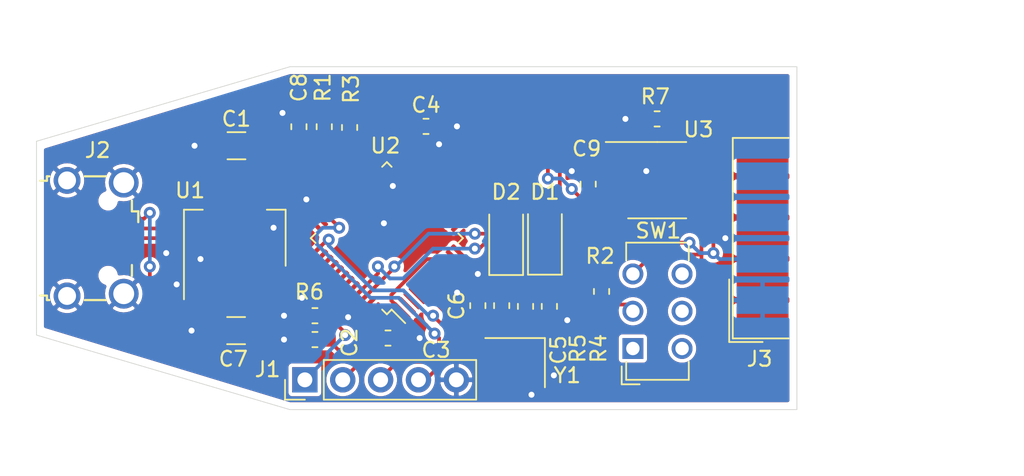
<source format=kicad_pcb>
(kicad_pcb (version 20171130) (host pcbnew "(5.1.5)-3")
  (layers (0 F.Cu signal) (31 B.Cu signal) (34 B.Paste user) (35 F.Paste user) (36 B.SilkS user) (37 F.SilkS user) (38 B.Mask user) (39 F.Mask user) (44 Edge.Cuts user))
  (net 0 "")
  (net 1 GND)
  (net 2 +3V3)
  (net 3 /XTAL2)
  (net 4 /XTAL1)
  (net 5 +5V)
  (net 6 /LED_R)
  (net 7 /LEDK_R)
  (net 8 /LED_G)
  (net 9 /LEDK_G)
  (net 10 /BOOT)
  (net 11 /USBP)
  (net 12 /USBN)
  (net 13 /CANH)
  (net 14 /CANL)
  (net 15 /SWCLK)
  (net 16 /SWDIO)
  (net 17 /USBP1)
  (net 18 /CANL1)
  (net 19 /USBN1)
  (net 20 /RS)
  (net 21 /TXD)
  (net 22 /RXD)
  (module Crystal:Crystal_SMD_3225-4Pin_3.2x2.5mm (layer F.Cu) (at 185.1 98.35 180)
    (fp_text reference Y1 (at -3.5 -0.85) (layer F.SilkS))
    (fp_text value Crystal_GND24)
    (fp_line (start -2 1.65) (end 2 1.65) (layer F.SilkS) (width 0.12))
    (fp_line (start -2 -1.65) (end -2 1.65) (layer F.SilkS) (width 0.12))
    (pad 4 smd rect (at -1.1 -0.85 180) (size 1.4 1.2) (layers F.Cu F.Paste F.Mask) (net 1 GND))
    (pad 3 smd rect (at 1.1 -0.85 180) (size 1.4 1.2) (layers F.Cu F.Paste F.Mask) (net 4 /XTAL1))
    (pad 2 smd rect (at 1.1 0.85 180) (size 1.4 1.2) (layers F.Cu F.Paste F.Mask) (net 1 GND))
    (pad 1 smd rect (at -1.1 0.85 180) (size 1.4 1.2) (layers F.Cu F.Paste F.Mask) (net 3 /XTAL2))
  )
  (module Connector_PinHeader_2.54mm:PinHeader_1x05_P2.54mm_Vertical (layer F.Cu) (at 171 99.5 90)
    (fp_text reference J1 (at 0.7 -2.5 180) (layer F.SilkS))
    (fp_text value Conn_01x05)
    (fp_line (start -1.33 -1.33) (end 0 -1.33) (layer F.SilkS) (width 0.12))
    (fp_line (start -1.33 0) (end -1.33 -1.33) (layer F.SilkS) (width 0.12))
    (fp_line (start -1.33 1.27) (end 1.33 1.27) (layer F.SilkS) (width 0.12))
    (fp_line (start 1.33 1.27) (end 1.33 11.49) (layer F.SilkS) (width 0.12))
    (fp_line (start -1.33 1.27) (end -1.33 11.49) (layer F.SilkS) (width 0.12))
    (fp_line (start -1.33 11.49) (end 1.33 11.49) (layer F.SilkS) (width 0.12))
    (pad 5 thru_hole oval (at 0 10.16 90) (size 1.7 1.7) (drill 1) (layers *.Cu *.Mask) (net 1 GND))
    (pad 4 thru_hole oval (at 0 7.62 90) (size 1.7 1.7) (drill 1) (layers *.Cu *.Mask) (net 15 /SWCLK))
    (pad 3 thru_hole oval (at 0 5.08 90) (size 1.7 1.7) (drill 1) (layers *.Cu *.Mask) (net 16 /SWDIO))
    (pad 2 thru_hole oval (at 0 2.54 90) (size 1.7 1.7) (drill 1) (layers *.Cu *.Mask) (net 2 +3V3))
    (pad 1 thru_hole rect (at 0 0 90) (size 1.7 1.7) (drill 1) (layers *.Cu *.Mask) (net 10 /BOOT))
  )
  (module Connector_USB:USB_Micro-B_Wuerth_629105150521_CircularHoles (layer F.Cu) (at 157 90 270)
    (fp_text reference J2 (at -5.9 -0.1 180) (layer F.SilkS))
    (fp_text value USB_B_Micro)
    (fp_line (start -4.15 -0.65) (end -4.15 0.75) (layer F.SilkS) (width 0.15))
    (fp_line (start -4.15 3.15) (end -4.15 3.3) (layer F.SilkS) (width 0.15))
    (fp_line (start -4.15 3.3) (end -3.85 3.3) (layer F.SilkS) (width 0.15))
    (fp_line (start -3.85 3.3) (end -3.85 3.75) (layer F.SilkS) (width 0.15))
    (fp_line (start 3.85 3.75) (end 3.85 3.3) (layer F.SilkS) (width 0.15))
    (fp_line (start 3.85 3.3) (end 4.15 3.3) (layer F.SilkS) (width 0.15))
    (fp_line (start 4.15 3.3) (end 4.15 3.15) (layer F.SilkS) (width 0.15))
    (fp_line (start 4.15 0.75) (end 4.15 -0.65) (layer F.SilkS) (width 0.15))
    (fp_line (start -1.075 -2.825) (end -1.8 -2.825) (layer F.SilkS) (width 0.15))
    (fp_line (start -1.8 -2.825) (end -1.8 -2.4) (layer F.SilkS) (width 0.15))
    (fp_line (start -1.8 -2.4) (end -2.525 -2.4) (layer F.SilkS) (width 0.15))
    (fp_line (start 1.8 -2.4) (end 2.525 -2.4) (layer F.SilkS) (width 0.15))
    (pad 1 smd rect (at -1.3 -1.9 270) (size 0.45 1.3) (layers F.Cu F.Paste F.Mask) (net 5 +5V))
    (pad 2 smd rect (at -0.65 -1.9 270) (size 0.45 1.3) (layers F.Cu F.Paste F.Mask) (net 12 /USBN))
    (pad 3 smd rect (at 0 -1.9 270) (size 0.45 1.3) (layers F.Cu F.Paste F.Mask) (net 11 /USBP))
    (pad 4 smd rect (at 0.65 -1.9 270) (size 0.45 1.3) (layers F.Cu F.Paste F.Mask))
    (pad 5 smd rect (at 1.3 -1.9 270) (size 0.45 1.3) (layers F.Cu F.Paste F.Mask) (net 1 GND))
    (pad 6 thru_hole circle (at -3.725 -1.85 270) (size 2 2) (drill 1.4) (layers *.Cu *.Mask) (net 1 GND))
    (pad 6 thru_hole circle (at 3.725 -1.85 270) (size 2 2) (drill 1.4) (layers *.Cu *.Mask) (net 1 GND))
    (pad 6 thru_hole circle (at -3.875 1.95 270) (size 1.8 1.8) (drill 1.2) (layers *.Cu *.Mask) (net 1 GND))
    (pad 6 thru_hole circle (at 3.875 1.95 270) (size 1.8 1.8) (drill 1.2) (layers *.Cu *.Mask) (net 1 GND))
    (pad "" np_thru_hole circle (at -2.5 -0.8 270) (size 0.8 0.8) (drill 0.8) (layers *.Cu *.Mask))
    (pad "" np_thru_hole circle (at 2.5 -0.8 270) (size 0.8 0.8) (drill 0.8) (layers *.Cu *.Mask))
  )
  (module Package_SO:SOIC-8_3.9x4.9mm_P1.27mm (layer F.Cu) (at 194.63 86.11)
    (fp_text reference U3 (at 2.77 -3.4) (layer F.SilkS))
    (fp_text value MCP2551-I-SN)
    (fp_line (start 0 -2.56) (end -3.45 -2.56) (layer F.SilkS) (width 0.12))
    (fp_line (start 0 -2.56) (end 1.95 -2.56) (layer F.SilkS) (width 0.12))
    (fp_line (start 0 2.56) (end -1.95 2.56) (layer F.SilkS) (width 0.12))
    (fp_line (start 0 2.56) (end 1.95 2.56) (layer F.SilkS) (width 0.12))
    (pad 8 smd roundrect (at 2.475 -1.905) (size 1.95 0.6) (layers F.Cu F.Paste F.Mask) (net 20 /RS))
    (pad 7 smd roundrect (at 2.475 -0.635) (size 1.95 0.6) (layers F.Cu F.Paste F.Mask) (net 13 /CANH))
    (pad 6 smd roundrect (at 2.475 0.635) (size 1.95 0.6) (layers F.Cu F.Paste F.Mask) (net 14 /CANL))
    (pad 5 smd roundrect (at 2.475 1.905) (size 1.95 0.6) (layers F.Cu F.Paste F.Mask))
    (pad 4 smd roundrect (at -2.475 1.905) (size 1.95 0.6) (layers F.Cu F.Paste F.Mask) (net 22 /RXD))
    (pad 3 smd roundrect (at -2.475 0.635) (size 1.95 0.6) (layers F.Cu F.Paste F.Mask) (net 2 +3V3))
    (pad 2 smd roundrect (at -2.475 -0.635) (size 1.95 0.6) (layers F.Cu F.Paste F.Mask) (net 1 GND))
    (pad 1 smd roundrect (at -2.475 -1.905) (size 1.95 0.6) (layers F.Cu F.Paste F.Mask) (net 21 /TXD))
  )
  (module Package_QFP:LQFP-48_7x7mm_P0.5mm (layer F.Cu) (at 176.5 90 135)
    (fp_text reference U2 (at 4.454773 4.313351 180) (layer F.SilkS))
    (fp_text value STM32F042C6Tx)
    (fp_line (start -3.61 -3.16) (end -4.9 -3.16) (layer F.SilkS) (width 0.12))
    (fp_line (start -3.61 -3.61) (end -3.61 -3.16) (layer F.SilkS) (width 0.12))
    (fp_line (start -3.16 -3.61) (end -3.61 -3.61) (layer F.SilkS) (width 0.12))
    (fp_line (start 3.61 -3.61) (end 3.61 -3.16) (layer F.SilkS) (width 0.12))
    (fp_line (start 3.16 -3.61) (end 3.61 -3.61) (layer F.SilkS) (width 0.12))
    (fp_line (start -3.61 3.61) (end -3.61 3.16) (layer F.SilkS) (width 0.12))
    (fp_line (start -3.16 3.61) (end -3.61 3.61) (layer F.SilkS) (width 0.12))
    (fp_line (start 3.61 3.61) (end 3.61 3.16) (layer F.SilkS) (width 0.12))
    (fp_line (start 3.16 3.61) (end 3.61 3.61) (layer F.SilkS) (width 0.12))
    (pad 48 smd roundrect (at -2.75 -4.1625 135) (size 0.3 1.475) (layers F.Cu F.Paste F.Mask) (net 2 +3V3))
    (pad 47 smd roundrect (at -2.25 -4.1625 135) (size 0.3 1.475) (layers F.Cu F.Paste F.Mask) (net 1 GND))
    (pad 46 smd roundrect (at -1.75 -4.1625 135) (size 0.3 1.475) (layers F.Cu F.Paste F.Mask) (net 21 /TXD))
    (pad 45 smd roundrect (at -1.25 -4.1625 135) (size 0.3 1.475) (layers F.Cu F.Paste F.Mask) (net 22 /RXD))
    (pad 44 smd roundrect (at -0.75 -4.1625 135) (size 0.3 1.475) (layers F.Cu F.Paste F.Mask) (net 10 /BOOT))
    (pad 43 smd roundrect (at -0.25 -4.1625 135) (size 0.3 1.475) (layers F.Cu F.Paste F.Mask))
    (pad 42 smd roundrect (at 0.25 -4.1625 135) (size 0.3 1.475) (layers F.Cu F.Paste F.Mask))
    (pad 41 smd roundrect (at 0.75 -4.1625 135) (size 0.3 1.475) (layers F.Cu F.Paste F.Mask))
    (pad 40 smd roundrect (at 1.25 -4.1625 135) (size 0.3 1.475) (layers F.Cu F.Paste F.Mask))
    (pad 39 smd roundrect (at 1.75 -4.1625 135) (size 0.3 1.475) (layers F.Cu F.Paste F.Mask))
    (pad 38 smd roundrect (at 2.25 -4.1625 135) (size 0.3 1.475) (layers F.Cu F.Paste F.Mask))
    (pad 37 smd roundrect (at 2.75 -4.1625 135) (size 0.3 1.475) (layers F.Cu F.Paste F.Mask) (net 15 /SWCLK))
    (pad 36 smd roundrect (at 4.1625 -2.75 135) (size 1.475 0.3) (layers F.Cu F.Paste F.Mask) (net 2 +3V3))
    (pad 35 smd roundrect (at 4.1625 -2.25 135) (size 1.475 0.3) (layers F.Cu F.Paste F.Mask) (net 1 GND))
    (pad 34 smd roundrect (at 4.1625 -1.75 135) (size 1.475 0.3) (layers F.Cu F.Paste F.Mask) (net 16 /SWDIO))
    (pad 33 smd roundrect (at 4.1625 -1.25 135) (size 1.475 0.3) (layers F.Cu F.Paste F.Mask) (net 17 /USBP1))
    (pad 32 smd roundrect (at 4.1625 -0.75 135) (size 1.475 0.3) (layers F.Cu F.Paste F.Mask) (net 19 /USBN1))
    (pad 31 smd roundrect (at 4.1625 -0.25 135) (size 1.475 0.3) (layers F.Cu F.Paste F.Mask))
    (pad 30 smd roundrect (at 4.1625 0.25 135) (size 1.475 0.3) (layers F.Cu F.Paste F.Mask))
    (pad 29 smd roundrect (at 4.1625 0.75 135) (size 1.475 0.3) (layers F.Cu F.Paste F.Mask))
    (pad 28 smd roundrect (at 4.1625 1.25 135) (size 1.475 0.3) (layers F.Cu F.Paste F.Mask))
    (pad 27 smd roundrect (at 4.1625 1.75 135) (size 1.475 0.3) (layers F.Cu F.Paste F.Mask))
    (pad 26 smd roundrect (at 4.1625 2.25 135) (size 1.475 0.3) (layers F.Cu F.Paste F.Mask))
    (pad 25 smd roundrect (at 4.1625 2.75 135) (size 1.475 0.3) (layers F.Cu F.Paste F.Mask))
    (pad 24 smd roundrect (at 2.75 4.1625 135) (size 0.3 1.475) (layers F.Cu F.Paste F.Mask) (net 2 +3V3))
    (pad 23 smd roundrect (at 2.25 4.1625 135) (size 0.3 1.475) (layers F.Cu F.Paste F.Mask) (net 1 GND))
    (pad 22 smd roundrect (at 1.75 4.1625 135) (size 0.3 1.475) (layers F.Cu F.Paste F.Mask))
    (pad 21 smd roundrect (at 1.25 4.1625 135) (size 0.3 1.475) (layers F.Cu F.Paste F.Mask))
    (pad 20 smd roundrect (at 0.75 4.1625 135) (size 0.3 1.475) (layers F.Cu F.Paste F.Mask))
    (pad 19 smd roundrect (at 0.25 4.1625 135) (size 0.3 1.475) (layers F.Cu F.Paste F.Mask) (net 6 /LED_R))
    (pad 18 smd roundrect (at -0.25 4.1625 135) (size 0.3 1.475) (layers F.Cu F.Paste F.Mask) (net 8 /LED_G))
    (pad 17 smd roundrect (at -0.75 4.1625 135) (size 0.3 1.475) (layers F.Cu F.Paste F.Mask))
    (pad 16 smd roundrect (at -1.25 4.1625 135) (size 0.3 1.475) (layers F.Cu F.Paste F.Mask))
    (pad 15 smd roundrect (at -1.75 4.1625 135) (size 0.3 1.475) (layers F.Cu F.Paste F.Mask))
    (pad 14 smd roundrect (at -2.25 4.1625 135) (size 0.3 1.475) (layers F.Cu F.Paste F.Mask))
    (pad 13 smd roundrect (at -2.75 4.1625 135) (size 0.3 1.475) (layers F.Cu F.Paste F.Mask))
    (pad 12 smd roundrect (at -4.1625 2.75 135) (size 1.475 0.3) (layers F.Cu F.Paste F.Mask))
    (pad 11 smd roundrect (at -4.1625 2.25 135) (size 1.475 0.3) (layers F.Cu F.Paste F.Mask))
    (pad 10 smd roundrect (at -4.1625 1.75 135) (size 1.475 0.3) (layers F.Cu F.Paste F.Mask))
    (pad 9 smd roundrect (at -4.1625 1.25 135) (size 1.475 0.3) (layers F.Cu F.Paste F.Mask) (net 2 +3V3))
    (pad 8 smd roundrect (at -4.1625 0.75 135) (size 1.475 0.3) (layers F.Cu F.Paste F.Mask) (net 1 GND))
    (pad 7 smd roundrect (at -4.1625 0.25 135) (size 1.475 0.3) (layers F.Cu F.Paste F.Mask))
    (pad 6 smd roundrect (at -4.1625 -0.25 135) (size 1.475 0.3) (layers F.Cu F.Paste F.Mask) (net 3 /XTAL2))
    (pad 5 smd roundrect (at -4.1625 -0.75 135) (size 1.475 0.3) (layers F.Cu F.Paste F.Mask) (net 4 /XTAL1))
    (pad 4 smd roundrect (at -4.1625 -1.25 135) (size 1.475 0.3) (layers F.Cu F.Paste F.Mask))
    (pad 3 smd roundrect (at -4.1625 -1.75 135) (size 1.475 0.3) (layers F.Cu F.Paste F.Mask))
    (pad 2 smd roundrect (at -4.1625 -2.25 135) (size 1.475 0.3) (layers F.Cu F.Paste F.Mask))
    (pad 1 smd roundrect (at -4.1625 -2.75 135) (size 1.475 0.3) (layers F.Cu F.Paste F.Mask) (net 2 +3V3))
  )
  (module Package_TO_SOT_SMD:SOT-223-3_TabPin2 (layer F.Cu) (at 166.3 90 90)
    (fp_text reference U1 (at 3.2 -3 180) (layer F.SilkS))
    (fp_text value AP1117-33)
    (fp_line (start -4.1 -3.41) (end 1.91 -3.41) (layer F.SilkS) (width 0.12))
    (fp_line (start -1.85 3.41) (end 1.91 3.41) (layer F.SilkS) (width 0.12))
    (fp_line (start 1.91 -3.41) (end 1.91 -2.15) (layer F.SilkS) (width 0.12))
    (fp_line (start 1.91 3.41) (end 1.91 2.15) (layer F.SilkS) (width 0.12))
    (pad 1 smd rect (at -3.15 -2.3 90) (size 2 1.5) (layers F.Cu F.Paste F.Mask) (net 1 GND))
    (pad 3 smd rect (at -3.15 2.3 90) (size 2 1.5) (layers F.Cu F.Paste F.Mask) (net 5 +5V))
    (pad 2 smd rect (at -3.15 0 90) (size 2 1.5) (layers F.Cu F.Paste F.Mask) (net 2 +3V3))
    (pad 2 smd rect (at 3.15 0 90) (size 2 3.8) (layers F.Cu F.Paste F.Mask) (net 2 +3V3))
  )
  (module Button_Switch_THT:SW_CuK_JS202011CQN_DPDT_Straight (layer F.Cu) (at 193 97.4 90)
    (fp_text reference SW1 (at 7.9 1.7 180) (layer F.SilkS))
    (fp_text value SW_SPDT)
    (fp_line (start -0.9 -0.45) (end -2.1 -0.45) (layer F.SilkS) (width 0.12))
    (fp_line (start -2.1 -0.45) (end -2.1 3.75) (layer F.SilkS) (width 0.12))
    (fp_line (start -2.1 3.75) (end -0.9 3.75) (layer F.SilkS) (width 0.12))
    (fp_line (start 5.9 -0.45) (end 7.1 -0.45) (layer F.SilkS) (width 0.12))
    (fp_line (start 7.1 -0.45) (end 7.1 3.75) (layer F.SilkS) (width 0.12))
    (fp_line (start 7.1 3.75) (end 5.9 3.75) (layer F.SilkS) (width 0.12))
    (fp_line (start -1.2 -0.75) (end -2.4 -0.75) (layer F.SilkS) (width 0.12))
    (fp_line (start -2.4 -0.75) (end -2.4 0.45) (layer F.SilkS) (width 0.12))
    (pad 6 thru_hole circle (at 5 3.3 90) (size 1.4 1.4) (drill 0.9) (layers *.Cu *.Mask))
    (pad 5 thru_hole circle (at 2.5 3.3 90) (size 1.4 1.4) (drill 0.9) (layers *.Cu *.Mask))
    (pad 4 thru_hole circle (at 0 3.3 90) (size 1.4 1.4) (drill 0.9) (layers *.Cu *.Mask))
    (pad 3 thru_hole circle (at 5 0 90) (size 1.4 1.4) (drill 0.9) (layers *.Cu *.Mask) (net 14 /CANL))
    (pad 2 thru_hole circle (at 2.5 0 90) (size 1.4 1.4) (drill 0.9) (layers *.Cu *.Mask) (net 18 /CANL1))
    (pad 1 thru_hole rect (at 0 0 90) (size 1.4 1.4) (drill 0.9) (layers *.Cu *.Mask))
  )
  (module Resistor_SMD:R_0603_1608Metric_Pad1.05x0.95mm_HandSolder (layer F.Cu) (at 194.625 82 180)
    (fp_text reference R7 (at 0.125 1.5) (layer F.SilkS))
    (fp_text value 10k)
    (fp_line (start -0.171267 0.51) (end 0.171267 0.51) (layer F.SilkS) (width 0.12))
    (fp_line (start -0.171267 -0.51) (end 0.171267 -0.51) (layer F.SilkS) (width 0.12))
    (pad 2 smd roundrect (at 0.875 0 180) (size 1.05 0.95) (layers F.Cu F.Paste F.Mask) (net 1 GND))
    (pad 1 smd roundrect (at -0.875 0 180) (size 1.05 0.95) (layers F.Cu F.Paste F.Mask) (net 20 /RS))
  )
  (module Resistor_SMD:R_0603_1608Metric_Pad1.05x0.95mm_HandSolder (layer F.Cu) (at 171.675 95.2 180)
    (fp_text reference R6 (at 0.375 1.6 180) (layer F.SilkS))
    (fp_text value 10k)
    (fp_line (start -0.171267 0.51) (end 0.171267 0.51) (layer F.SilkS) (width 0.12))
    (fp_line (start -0.171267 -0.51) (end 0.171267 -0.51) (layer F.SilkS) (width 0.12))
    (pad 2 smd roundrect (at 0.875 0 180) (size 1.05 0.95) (layers F.Cu F.Paste F.Mask) (net 1 GND))
    (pad 1 smd roundrect (at -0.875 0 180) (size 1.05 0.95) (layers F.Cu F.Paste F.Mask) (net 10 /BOOT))
  )
  (module Resistor_SMD:R_0603_1608Metric_Pad1.05x0.95mm_HandSolder (layer F.Cu) (at 185.8 94.575 270)
    (fp_text reference R5 (at 2.825 -3.5 90) (layer F.SilkS))
    (fp_text value 120)
    (fp_line (start -0.171267 0.51) (end 0.171267 0.51) (layer F.SilkS) (width 0.12))
    (fp_line (start -0.171267 -0.51) (end 0.171267 -0.51) (layer F.SilkS) (width 0.12))
    (pad 2 smd roundrect (at 0.875 0 270) (size 1.05 0.95) (layers F.Cu F.Paste F.Mask) (net 1 GND))
    (pad 1 smd roundrect (at -0.875 0 270) (size 1.05 0.95) (layers F.Cu F.Paste F.Mask) (net 9 /LEDK_G))
  )
  (module Resistor_SMD:R_0603_1608Metric_Pad1.05x0.95mm_HandSolder (layer F.Cu) (at 187.4 94.575 270)
    (fp_text reference R4 (at 2.825 -3.3 90) (layer F.SilkS))
    (fp_text value 120)
    (fp_line (start -0.171267 0.51) (end 0.171267 0.51) (layer F.SilkS) (width 0.12))
    (fp_line (start -0.171267 -0.51) (end 0.171267 -0.51) (layer F.SilkS) (width 0.12))
    (pad 2 smd roundrect (at 0.875 0 270) (size 1.05 0.95) (layers F.Cu F.Paste F.Mask) (net 1 GND))
    (pad 1 smd roundrect (at -0.875 0 270) (size 1.05 0.95) (layers F.Cu F.Paste F.Mask) (net 7 /LEDK_R))
  )
  (module Resistor_SMD:R_0603_1608Metric_Pad1.05x0.95mm_HandSolder (layer F.Cu) (at 174 82.575 90)
    (fp_text reference R3 (at 2.575 0.1 90) (layer F.SilkS))
    (fp_text value 33)
    (fp_line (start -0.171267 0.51) (end 0.171267 0.51) (layer F.SilkS) (width 0.12))
    (fp_line (start -0.171267 -0.51) (end 0.171267 -0.51) (layer F.SilkS) (width 0.12))
    (pad 2 smd roundrect (at 0.875 0 90) (size 1.05 0.95) (layers F.Cu F.Paste F.Mask) (net 12 /USBN))
    (pad 1 smd roundrect (at -0.875 0 90) (size 1.05 0.95) (layers F.Cu F.Paste F.Mask) (net 19 /USBN1))
  )
  (module Resistor_SMD:R_0603_1608Metric_Pad1.05x0.95mm_HandSolder (layer F.Cu) (at 190.9 93.575 270)
    (fp_text reference R2 (at -2.375 0.1 180) (layer F.SilkS))
    (fp_text value 120)
    (fp_line (start -0.171267 0.51) (end 0.171267 0.51) (layer F.SilkS) (width 0.12))
    (fp_line (start -0.171267 -0.51) (end 0.171267 -0.51) (layer F.SilkS) (width 0.12))
    (pad 2 smd roundrect (at 0.875 0 270) (size 1.05 0.95) (layers F.Cu F.Paste F.Mask) (net 18 /CANL1))
    (pad 1 smd roundrect (at -0.875 0 270) (size 1.05 0.95) (layers F.Cu F.Paste F.Mask) (net 13 /CANH))
  )
  (module Resistor_SMD:R_0603_1608Metric_Pad1.05x0.95mm_HandSolder (layer F.Cu) (at 172.3 82.525 90)
    (fp_text reference R1 (at 2.625 -0.1 90) (layer F.SilkS))
    (fp_text value 33)
    (fp_line (start -0.171267 0.51) (end 0.171267 0.51) (layer F.SilkS) (width 0.12))
    (fp_line (start -0.171267 -0.51) (end 0.171267 -0.51) (layer F.SilkS) (width 0.12))
    (pad 2 smd roundrect (at 0.875 0 90) (size 1.05 0.95) (layers F.Cu F.Paste F.Mask) (net 11 /USBP))
    (pad 1 smd roundrect (at -0.875 0 90) (size 1.05 0.95) (layers F.Cu F.Paste F.Mask) (net 17 /USBP1))
  )
  (module Connector_Dsub:DSUB-9_Male_EdgeMount_P2.77mm (layer F.Cu) (at 201.7 90 90)
    (fp_text reference J3 (at -8.1 -0.2 180) (layer F.SilkS))
    (fp_text value DB9_Male)
    (fp_line (start -6.963333 -2.24) (end -2.77 -2.24) (layer F.SilkS) (width 0.12))
    (fp_line (start -6.963333 0) (end -6.963333 -2.24) (layer F.SilkS) (width 0.12))
    (fp_line (start -6.723333 -2) (end -6.723333 1.74) (layer F.SilkS) (width 0.12))
    (fp_line (start 6.723333 -2) (end -6.723333 -2) (layer F.SilkS) (width 0.12))
    (fp_line (start 6.723333 1.74) (end 6.723333 -2) (layer F.SilkS) (width 0.12))
    (pad 9 smd rect (at 4.155 0 90) (size 1.846667 3.48) (layers B.Cu B.Paste B.Mask))
    (pad 8 smd rect (at 1.385 0 90) (size 1.846667 3.48) (layers B.Cu B.Paste B.Mask))
    (pad 7 smd rect (at -1.385 0 90) (size 1.846667 3.48) (layers B.Cu B.Paste B.Mask) (net 13 /CANH))
    (pad 6 smd rect (at -4.155 0 90) (size 1.846667 3.48) (layers B.Cu B.Paste B.Mask) (net 1 GND))
    (pad 5 smd rect (at 5.54 0 90) (size 1.846667 3.48) (layers F.Cu F.Paste F.Mask))
    (pad 4 smd rect (at 2.77 0 90) (size 1.846667 3.48) (layers F.Cu F.Paste F.Mask))
    (pad 3 smd rect (at 0 0 90) (size 1.846667 3.48) (layers F.Cu F.Paste F.Mask) (net 1 GND))
    (pad 2 smd rect (at -2.77 0 90) (size 1.846667 3.48) (layers F.Cu F.Paste F.Mask) (net 14 /CANL))
    (pad 1 smd rect (at -5.54 0 90) (size 1.846667 3.48) (layers F.Cu F.Paste F.Mask))
  )
  (module LED_SMD:LED_1206_3216Metric_Pad1.42x1.75mm_HandSolder (layer F.Cu) (at 184.5 90.0125 90)
    (fp_text reference D2 (at 3.1125 0 180) (layer F.SilkS))
    (fp_text value LED)
    (fp_line (start -2.46 1.135) (end 1.6 1.135) (layer F.SilkS) (width 0.12))
    (fp_line (start -2.46 -1.135) (end -2.46 1.135) (layer F.SilkS) (width 0.12))
    (fp_line (start 1.6 -1.135) (end -2.46 -1.135) (layer F.SilkS) (width 0.12))
    (pad 2 smd roundrect (at 1.4875 0 90) (size 1.425 1.75) (layers F.Cu F.Paste F.Mask) (roundrect_rratio 0.175439) (net 8 /LED_G))
    (pad 1 smd roundrect (at -1.4875 0 90) (size 1.425 1.75) (layers F.Cu F.Paste F.Mask) (roundrect_rratio 0.175439) (net 9 /LEDK_G))
  )
  (module LED_SMD:LED_1206_3216Metric_Pad1.42x1.75mm_HandSolder (layer F.Cu) (at 187.1 89.9875 90)
    (fp_text reference D1 (at 3.0875 0 180) (layer F.SilkS))
    (fp_text value LED)
    (fp_line (start -2.46 1.135) (end 1.6 1.135) (layer F.SilkS) (width 0.12))
    (fp_line (start -2.46 -1.135) (end -2.46 1.135) (layer F.SilkS) (width 0.12))
    (fp_line (start 1.6 -1.135) (end -2.46 -1.135) (layer F.SilkS) (width 0.12))
    (pad 2 smd roundrect (at 1.4875 0 90) (size 1.425 1.75) (layers F.Cu F.Paste F.Mask) (roundrect_rratio 0.175439) (net 6 /LED_R))
    (pad 1 smd roundrect (at -1.4875 0 90) (size 1.425 1.75) (layers F.Cu F.Paste F.Mask) (roundrect_rratio 0.175439) (net 7 /LEDK_R))
  )
  (module Capacitor_SMD:C_0603_1608Metric_Pad1.05x0.95mm_HandSolder (layer F.Cu) (at 190 86.375 90)
    (fp_text reference C9 (at 2.375 -0.1 180) (layer F.SilkS))
    (fp_text value 100n)
    (fp_line (start -0.171267 0.51) (end 0.171267 0.51) (layer F.SilkS) (width 0.12))
    (fp_line (start -0.171267 -0.51) (end 0.171267 -0.51) (layer F.SilkS) (width 0.12))
    (pad 2 smd roundrect (at 0.875 0 90) (size 1.05 0.95) (layers F.Cu F.Paste F.Mask) (net 1 GND))
    (pad 1 smd roundrect (at -0.875 0 90) (size 1.05 0.95) (layers F.Cu F.Paste F.Mask) (net 2 +3V3))
  )
  (module Capacitor_SMD:C_0603_1608Metric_Pad1.05x0.95mm_HandSolder (layer F.Cu) (at 170.6 82.525 90)
    (fp_text reference C8 (at 2.625 0 90) (layer F.SilkS))
    (fp_text value 100n)
    (fp_line (start -0.171267 0.51) (end 0.171267 0.51) (layer F.SilkS) (width 0.12))
    (fp_line (start -0.171267 -0.51) (end 0.171267 -0.51) (layer F.SilkS) (width 0.12))
    (pad 2 smd roundrect (at 0.875 0 90) (size 1.05 0.95) (layers F.Cu F.Paste F.Mask) (net 1 GND))
    (pad 1 smd roundrect (at -0.875 0 90) (size 1.05 0.95) (layers F.Cu F.Paste F.Mask) (net 2 +3V3))
  )
  (module Capacitor_SMD:C_1206_3216Metric_Pad1.42x1.75mm_HandSolder (layer F.Cu) (at 166.3875 96.2 180)
    (fp_text reference C7 (at 0.1875 -1.9) (layer F.SilkS))
    (fp_text value 10u)
    (fp_line (start -0.602064 0.91) (end 0.602064 0.91) (layer F.SilkS) (width 0.12))
    (fp_line (start -0.602064 -0.91) (end 0.602064 -0.91) (layer F.SilkS) (width 0.12))
    (pad 2 smd roundrect (at 1.4875 0 180) (size 1.425 1.75) (layers F.Cu F.Paste F.Mask) (roundrect_rratio 0.175439) (net 1 GND))
    (pad 1 smd roundrect (at -1.4875 0 180) (size 1.425 1.75) (layers F.Cu F.Paste F.Mask) (roundrect_rratio 0.175439) (net 5 +5V))
  )
  (module Capacitor_SMD:C_0603_1608Metric_Pad1.05x0.95mm_HandSolder (layer F.Cu) (at 182.6 94.525 90)
    (fp_text reference C6 (at 0 -1.43 90) (layer F.SilkS))
    (fp_text value 18p)
    (fp_line (start -0.171267 0.51) (end 0.171267 0.51) (layer F.SilkS) (width 0.12))
    (fp_line (start -0.171267 -0.51) (end 0.171267 -0.51) (layer F.SilkS) (width 0.12))
    (pad 2 smd roundrect (at 0.875 0 90) (size 1.05 0.95) (layers F.Cu F.Paste F.Mask) (net 1 GND))
    (pad 1 smd roundrect (at -0.875 0 90) (size 1.05 0.95) (layers F.Cu F.Paste F.Mask) (net 4 /XTAL1))
  )
  (module Capacitor_SMD:C_0603_1608Metric_Pad1.05x0.95mm_HandSolder (layer F.Cu) (at 184.2 94.525 270)
    (fp_text reference C5 (at 2.975 -3.8 90) (layer F.SilkS))
    (fp_text value 18p)
    (fp_line (start -0.171267 0.51) (end 0.171267 0.51) (layer F.SilkS) (width 0.12))
    (fp_line (start -0.171267 -0.51) (end 0.171267 -0.51) (layer F.SilkS) (width 0.12))
    (pad 2 smd roundrect (at 0.875 0 270) (size 1.05 0.95) (layers F.Cu F.Paste F.Mask) (net 3 /XTAL2))
    (pad 1 smd roundrect (at -0.875 0 270) (size 1.05 0.95) (layers F.Cu F.Paste F.Mask) (net 1 GND))
  )
  (module Capacitor_SMD:C_0603_1608Metric_Pad1.05x0.95mm_HandSolder (layer F.Cu) (at 179.125 82.5)
    (fp_text reference C4 (at 0 -1.43) (layer F.SilkS))
    (fp_text value 100n)
    (fp_line (start -0.171267 0.51) (end 0.171267 0.51) (layer F.SilkS) (width 0.12))
    (fp_line (start -0.171267 -0.51) (end 0.171267 -0.51) (layer F.SilkS) (width 0.12))
    (pad 2 smd roundrect (at 0.875 0) (size 1.05 0.95) (layers F.Cu F.Paste F.Mask) (net 1 GND))
    (pad 1 smd roundrect (at -0.875 0) (size 1.05 0.95) (layers F.Cu F.Paste F.Mask) (net 2 +3V3))
  )
  (module Capacitor_SMD:C_0603_1608Metric_Pad1.05x0.95mm_HandSolder (layer F.Cu) (at 176.575 96.7)
    (fp_text reference C3 (at 3.225 0.8) (layer F.SilkS))
    (fp_text value 100n)
    (fp_line (start -0.171267 0.51) (end 0.171267 0.51) (layer F.SilkS) (width 0.12))
    (fp_line (start -0.171267 -0.51) (end 0.171267 -0.51) (layer F.SilkS) (width 0.12))
    (pad 2 smd roundrect (at 0.875 0) (size 1.05 0.95) (layers F.Cu F.Paste F.Mask) (net 1 GND))
    (pad 1 smd roundrect (at -0.875 0) (size 1.05 0.95) (layers F.Cu F.Paste F.Mask) (net 2 +3V3))
  )
  (module Capacitor_SMD:C_0603_1608Metric_Pad1.05x0.95mm_HandSolder (layer F.Cu) (at 171.675 96.8 180)
    (fp_text reference C2 (at -2.325 -0.2 90) (layer F.SilkS))
    (fp_text value 100n)
    (fp_line (start -0.171267 0.51) (end 0.171267 0.51) (layer F.SilkS) (width 0.12))
    (fp_line (start -0.171267 -0.51) (end 0.171267 -0.51) (layer F.SilkS) (width 0.12))
    (pad 2 smd roundrect (at 0.875 0 180) (size 1.05 0.95) (layers F.Cu F.Paste F.Mask) (net 1 GND))
    (pad 1 smd roundrect (at -0.875 0 180) (size 1.05 0.95) (layers F.Cu F.Paste F.Mask) (net 2 +3V3))
  )
  (module Capacitor_SMD:C_1206_3216Metric_Pad1.42x1.75mm_HandSolder (layer F.Cu) (at 166.4125 83.8 180)
    (fp_text reference C1 (at 0.0125 1.8) (layer F.SilkS))
    (fp_text value 10u)
    (fp_line (start -0.602064 0.91) (end 0.602064 0.91) (layer F.SilkS) (width 0.12))
    (fp_line (start -0.602064 -0.91) (end 0.602064 -0.91) (layer F.SilkS) (width 0.12))
    (pad 2 smd roundrect (at 1.4875 0 180) (size 1.425 1.75) (layers F.Cu F.Paste F.Mask) (roundrect_rratio 0.175439) (net 1 GND))
    (pad 1 smd roundrect (at -1.4875 0 180) (size 1.425 1.75) (layers F.Cu F.Paste F.Mask) (roundrect_rratio 0.175439) (net 2 +3V3))
  )
  (gr_line (start 153 83.5) (end 170 78.5) (layer Edge.Cuts) (width 0.05))
  (gr_line (start 153 96.5) (end 170 101.5) (layer Edge.Cuts) (width 0.05))
  (gr_line (start 170 101.5) (end 204 101.5) (layer Edge.Cuts) (width 0.05))
  (gr_line (start 153 83.5) (end 153 96.5) (layer Edge.Cuts) (width 0.05))
  (gr_line (start 204 78.5) (end 170 78.5) (layer Edge.Cuts) (width 0.05))
  (gr_line (start 204 101.5) (end 204 78.5) (layer Edge.Cuts) (width 0.05))
  (segment (start 186.2 99.2) (end 186 99.2) (width 0.25) (layer F.Cu) (net 1))
  (segment (start 184.3 97.5) (end 184 97.5) (width 0.25) (layer F.Cu) (net 1))
  (segment (start 186 99.2) (end 184.3 97.5) (width 0.25) (layer F.Cu) (net 1))
  (segment (start 185.8 95.45) (end 187.4 95.45) (width 0.25) (layer F.Cu) (net 1))
  (segment (start 184.2 93.65) (end 182.6 93.65) (width 0.25) (layer F.Cu) (net 1))
  (segment (start 181.21066 93.65) (end 179.973662 92.413002) (width 0.25) (layer F.Cu) (net 1))
  (segment (start 182.6 93.65) (end 181.21066 93.65) (width 0.25) (layer F.Cu) (net 1))
  (segment (start 190.025 85.475) (end 190 85.5) (width 0.25) (layer F.Cu) (net 1))
  (segment (start 192.155 85.475) (end 190.025 85.475) (width 0.25) (layer F.Cu) (net 1))
  (via (at 199.2 90) (size 0.8) (drill 0.4) (layers F.Cu B.Cu) (net 1))
  (segment (start 201.7 90) (end 199.2 90) (width 0.25) (layer F.Cu) (net 1))
  (segment (start 193.75 82) (end 192.5 82) (width 0.25) (layer F.Cu) (net 1))
  (via (at 192.5 82) (size 0.8) (drill 0.4) (layers F.Cu B.Cu) (net 1))
  (segment (start 164 93.15) (end 164 93.9) (width 0.25) (layer F.Cu) (net 1))
  (via (at 162.4 93.1) (size 0.8) (drill 0.4) (layers F.Cu B.Cu) (net 1))
  (segment (start 164 93.15) (end 162.45 93.15) (width 0.25) (layer F.Cu) (net 1))
  (segment (start 162.45 93.15) (end 162.4 93.1) (width 0.25) (layer F.Cu) (net 1))
  (via (at 163.4 96.2) (size 0.8) (drill 0.4) (layers F.Cu B.Cu) (net 1))
  (segment (start 164.9 96.2) (end 163.4 96.2) (width 0.25) (layer F.Cu) (net 1))
  (segment (start 170.8 96.8) (end 170.8 95.2) (width 0.25) (layer F.Cu) (net 1))
  (via (at 170.8 94) (size 0.8) (drill 0.4) (layers F.Cu B.Cu) (net 1))
  (segment (start 170.8 95.2) (end 170.8 94) (width 0.25) (layer F.Cu) (net 1))
  (via (at 169.6 96.8) (size 0.8) (drill 0.4) (layers F.Cu B.Cu) (net 1))
  (segment (start 170.8 96.8) (end 169.6 96.8) (width 0.25) (layer F.Cu) (net 1))
  (via (at 180 83.7) (size 0.8) (drill 0.4) (layers F.Cu B.Cu) (net 1))
  (segment (start 180 82.5) (end 180 83.7) (width 0.25) (layer F.Cu) (net 1))
  (segment (start 170.6 81.65) (end 169.55 81.65) (width 0.25) (layer F.Cu) (net 1))
  (via (at 169.5 81.6) (size 0.8) (drill 0.4) (layers F.Cu B.Cu) (net 1))
  (segment (start 169.55 81.65) (end 169.5 81.6) (width 0.25) (layer F.Cu) (net 1))
  (via (at 163.6 83.8) (size 0.8) (drill 0.4) (layers F.Cu B.Cu) (net 1))
  (segment (start 164.925 83.8) (end 163.6 83.8) (width 0.25) (layer F.Cu) (net 1))
  (via (at 188.9 85.5) (size 0.8) (drill 0.4) (layers F.Cu B.Cu) (net 1))
  (segment (start 190 85.5) (end 188.9 85.5) (width 0.25) (layer F.Cu) (net 1))
  (via (at 187.7 99.2) (size 0.8) (drill 0.4) (layers F.Cu B.Cu) (net 1))
  (segment (start 186.2 99.2) (end 187.7 99.2) (width 0.25) (layer F.Cu) (net 1))
  (via (at 188.6 95.5) (size 0.8) (drill 0.4) (layers F.Cu B.Cu) (net 1))
  (segment (start 187.4 95.45) (end 188.55 95.45) (width 0.25) (layer F.Cu) (net 1))
  (segment (start 188.55 95.45) (end 188.6 95.5) (width 0.25) (layer F.Cu) (net 1))
  (via (at 178.7 96.7) (size 0.8) (drill 0.4) (layers F.Cu B.Cu) (net 1))
  (segment (start 177.45 96.7) (end 178.7 96.7) (width 0.25) (layer F.Cu) (net 1))
  (via (at 182.6 92.4) (size 0.8) (drill 0.4) (layers F.Cu B.Cu) (net 1))
  (segment (start 182.6 93.65) (end 182.6 92.4) (width 0.25) (layer F.Cu) (net 1))
  (segment (start 158.9 91.3) (end 160 91.3) (width 0.25) (layer F.Cu) (net 1))
  (via (at 161.7 91) (size 0.8) (drill 0.4) (layers F.Cu B.Cu) (net 1))
  (segment (start 160 91.3) (end 160.3 91) (width 0.25) (layer F.Cu) (net 1))
  (segment (start 160.3 91) (end 161.7 91) (width 0.25) (layer F.Cu) (net 1))
  (segment (start 171.1 87.8) (end 171.947658 88.647658) (width 0.25) (layer F.Cu) (net 1))
  (segment (start 171.947658 88.647658) (end 171.965678 88.647658) (width 0.25) (layer F.Cu) (net 1))
  (via (at 171.1 87.4) (size 0.8) (drill 0.4) (layers F.Cu B.Cu) (net 1))
  (segment (start 171.1 87.4) (end 171.1 87.8) (width 0.25) (layer F.Cu) (net 1))
  (segment (start 175.147658 94.534322) (end 175.147658 94.552342) (width 0.25) (layer F.Cu) (net 1))
  (via (at 173.9 95.3) (size 0.8) (drill 0.4) (layers F.Cu B.Cu) (net 1))
  (segment (start 175.147658 94.552342) (end 174.4 95.3) (width 0.25) (layer F.Cu) (net 1))
  (segment (start 174.4 95.3) (end 173.9 95.3) (width 0.25) (layer F.Cu) (net 1))
  (via (at 181.21066 93.65) (size 0.8) (drill 0.4) (layers F.Cu B.Cu) (net 1))
  (segment (start 177.852342 85.465678) (end 177.852342 85.447658) (width 0.25) (layer F.Cu) (net 1))
  (segment (start 179.6 83.7) (end 180 83.7) (width 0.25) (layer F.Cu) (net 1))
  (segment (start 177.852342 85.447658) (end 179.6 83.7) (width 0.25) (layer F.Cu) (net 1))
  (via (at 176.3 89) (size 0.8) (drill 0.4) (layers F.Cu B.Cu) (net 1))
  (via (at 168.9 89.3) (size 0.8) (drill 0.4) (layers F.Cu B.Cu) (net 1))
  (via (at 193.9 85.5) (size 0.8) (drill 0.4) (layers F.Cu B.Cu) (net 1))
  (via (at 186.2 100.5) (size 0.8) (drill 0.4) (layers F.Cu B.Cu) (net 1))
  (via (at 169.6 95.2) (size 0.8) (drill 0.4) (layers F.Cu B.Cu) (net 1))
  (via (at 164 91.4) (size 0.8) (drill 0.4) (layers F.Cu B.Cu) (net 1))
  (via (at 181.2 82.5) (size 0.8) (drill 0.4) (layers F.Cu B.Cu) (net 1))
  (via (at 176.9 86.5) (size 0.8) (drill 0.4) (layers F.Cu B.Cu) (net 1))
  (segment (start 190.505 86.745) (end 190 87.25) (width 0.25) (layer F.Cu) (net 2))
  (segment (start 192.155 86.745) (end 190.505 86.745) (width 0.25) (layer F.Cu) (net 2))
  (segment (start 167.9 83.8) (end 166.6 83.8) (width 0.25) (layer F.Cu) (net 2))
  (segment (start 166.3 84.1) (end 166.3 86.85) (width 0.25) (layer F.Cu) (net 2))
  (segment (start 166.6 83.8) (end 166.3 84.1) (width 0.25) (layer F.Cu) (net 2))
  (segment (start 166.3 90.1) (end 166.3 86.85) (width 0.25) (layer F.Cu) (net 2))
  (segment (start 166.3 93.15) (end 166.3 90.1) (width 0.25) (layer F.Cu) (net 2))
  (segment (start 175.501212 94.887876) (end 175.501212 94.901212) (width 0.25) (layer F.Cu) (net 2))
  (segment (start 175.7 95.1) (end 175.7 96.7) (width 0.25) (layer F.Cu) (net 2))
  (segment (start 175.501212 94.901212) (end 175.7 95.1) (width 0.25) (layer F.Cu) (net 2))
  (segment (start 177.498788 94.887876) (end 177.498788 94.901212) (width 0.25) (layer F.Cu) (net 2))
  (segment (start 177.498788 94.901212) (end 175.7 96.7) (width 0.25) (layer F.Cu) (net 2))
  (segment (start 167.9 83.8) (end 169 83.8) (width 0.25) (layer F.Cu) (net 2))
  (segment (start 169.4 83.4) (end 170.6 83.4) (width 0.25) (layer F.Cu) (net 2))
  (segment (start 169 83.8) (end 169.4 83.4) (width 0.25) (layer F.Cu) (net 2))
  (segment (start 173 82.6) (end 178.15 82.6) (width 0.25) (layer F.Cu) (net 2))
  (segment (start 172.9 82.5) (end 173 82.6) (width 0.25) (layer F.Cu) (net 2))
  (segment (start 178.15 82.6) (end 178.25 82.5) (width 0.25) (layer F.Cu) (net 2))
  (segment (start 170.6 83.4) (end 171.5 82.5) (width 0.25) (layer F.Cu) (net 2))
  (segment (start 171.5 82.5) (end 172.9 82.5) (width 0.25) (layer F.Cu) (net 2))
  (segment (start 178.25 84.360912) (end 177.498788 85.112124) (width 0.25) (layer F.Cu) (net 2))
  (segment (start 178.25 82.5) (end 178.25 84.360912) (width 0.25) (layer F.Cu) (net 2))
  (via (at 188.9 86.7) (size 0.8) (drill 0.4) (layers F.Cu B.Cu) (net 2))
  (segment (start 190 87.25) (end 189.45 87.25) (width 0.25) (layer F.Cu) (net 2))
  (segment (start 189.45 87.25) (end 188.9 86.7) (width 0.25) (layer F.Cu) (net 2))
  (segment (start 188.9 86.7) (end 188.2 86) (width 0.25) (layer B.Cu) (net 2))
  (via (at 187.3 86) (size 0.8) (drill 0.4) (layers F.Cu B.Cu) (net 2))
  (segment (start 188.2 86) (end 187.3 86) (width 0.25) (layer B.Cu) (net 2))
  (segment (start 178.25 82.5) (end 178.25 81.45) (width 0.25) (layer F.Cu) (net 2))
  (segment (start 178.25 81.45) (end 178.7 81) (width 0.25) (layer F.Cu) (net 2))
  (segment (start 178.7 81) (end 186.3 81) (width 0.25) (layer F.Cu) (net 2))
  (segment (start 187.3 82) (end 187.3 86) (width 0.25) (layer F.Cu) (net 2))
  (segment (start 186.3 81) (end 187.3 82) (width 0.25) (layer F.Cu) (net 2))
  (segment (start 170.3 87.689088) (end 171.612124 89.001212) (width 0.25) (layer F.Cu) (net 2))
  (segment (start 170.6 83.4) (end 170.3 83.7) (width 0.25) (layer F.Cu) (net 2))
  (segment (start 170.3 83.7) (end 170.3 87.689088) (width 0.25) (layer F.Cu) (net 2))
  (segment (start 174.1 97.2) (end 174.1 97.3) (width 0.25) (layer F.Cu) (net 2))
  (segment (start 175.7 96.7) (end 174.6 96.7) (width 0.25) (layer F.Cu) (net 2))
  (segment (start 174.6 96.7) (end 174.1 97.2) (width 0.25) (layer F.Cu) (net 2))
  (segment (start 173.8 97.5) (end 174.1 97.2) (width 0.25) (layer F.Cu) (net 2))
  (segment (start 172.55 96.8) (end 173.25 97.5) (width 0.25) (layer F.Cu) (net 2))
  (segment (start 173.25 97.5) (end 173.8 97.5) (width 0.25) (layer F.Cu) (net 2))
  (segment (start 174.5 98.54) (end 173.54 99.5) (width 0.25) (layer F.Cu) (net 2))
  (segment (start 174.1 97.2) (end 174.5 97.6) (width 0.25) (layer F.Cu) (net 2))
  (segment (start 174.5 97.6) (end 174.5 98.54) (width 0.25) (layer F.Cu) (net 2))
  (segment (start 171.7 95.95) (end 172.55 96.8) (width 0.25) (layer F.Cu) (net 2))
  (segment (start 171.7 93.5) (end 171.7 95.95) (width 0.25) (layer F.Cu) (net 2))
  (segment (start 166.3 90.1) (end 168.3 90.1) (width 0.25) (layer F.Cu) (net 2))
  (segment (start 168.3 90.1) (end 171.7 93.5) (width 0.25) (layer F.Cu) (net 2))
  (segment (start 176.8 94.189088) (end 177.498788 94.887876) (width 0.25) (layer F.Cu) (net 2))
  (segment (start 176.8 93.8) (end 176.8 94.189088) (width 0.25) (layer F.Cu) (net 2))
  (segment (start 179.2 91.4) (end 176.8 93.8) (width 0.25) (layer F.Cu) (net 2))
  (segment (start 180.327215 92.059449) (end 179.667766 91.4) (width 0.25) (layer F.Cu) (net 2))
  (segment (start 179.667766 91.4) (end 179.2 91.4) (width 0.25) (layer F.Cu) (net 2))
  (segment (start 184.2 95.4) (end 184.2 95.2) (width 0.25) (layer F.Cu) (net 3))
  (segment (start 184.2 95.2) (end 183.5 94.5) (width 0.25) (layer F.Cu) (net 3))
  (segment (start 180.646446 94.5) (end 179.266555 93.120109) (width 0.25) (layer F.Cu) (net 3))
  (segment (start 183.5 94.5) (end 180.646446 94.5) (width 0.25) (layer F.Cu) (net 3))
  (segment (start 186.2 97.5) (end 186 97.5) (width 0.25) (layer F.Cu) (net 3))
  (segment (start 184.2 95.7) (end 184.2 95.4) (width 0.25) (layer F.Cu) (net 3))
  (segment (start 186 97.5) (end 184.2 95.7) (width 0.25) (layer F.Cu) (net 3))
  (segment (start 180.83934 95.4) (end 178.913002 93.473662) (width 0.25) (layer F.Cu) (net 4))
  (segment (start 182.6 95.4) (end 180.83934 95.4) (width 0.25) (layer F.Cu) (net 4))
  (segment (start 184 99.2) (end 183.3 99.2) (width 0.25) (layer F.Cu) (net 4))
  (segment (start 182.6 98.5) (end 182.6 95.4) (width 0.25) (layer F.Cu) (net 4))
  (segment (start 183.3 99.2) (end 182.6 98.5) (width 0.25) (layer F.Cu) (net 4))
  (segment (start 168.6 93.15) (end 168.6 94.3) (width 0.25) (layer F.Cu) (net 5))
  (segment (start 167.875 95.025) (end 167.875 96.2) (width 0.25) (layer F.Cu) (net 5))
  (segment (start 168.6 94.3) (end 167.875 95.025) (width 0.25) (layer F.Cu) (net 5))
  (via (at 160.6 88.3) (size 0.8) (drill 0.4) (layers F.Cu B.Cu) (net 5))
  (segment (start 160.2 88.7) (end 158.9 88.7) (width 0.25) (layer F.Cu) (net 5))
  (segment (start 160.6 88.3) (end 160.2 88.7) (width 0.25) (layer F.Cu) (net 5))
  (segment (start 160.6 88.3) (end 160.6 91.9) (width 0.25) (layer B.Cu) (net 5))
  (via (at 160.6 91.9) (size 0.8) (drill 0.4) (layers F.Cu B.Cu) (net 5))
  (segment (start 167.3 98.4) (end 167.875 97.825) (width 0.25) (layer F.Cu) (net 5))
  (segment (start 163.9 98.4) (end 167.3 98.4) (width 0.25) (layer F.Cu) (net 5))
  (segment (start 160.6 91.9) (end 160.6 95.1) (width 0.25) (layer F.Cu) (net 5))
  (segment (start 167.875 97.825) (end 167.875 96.2) (width 0.25) (layer F.Cu) (net 5))
  (segment (start 160.6 95.1) (end 163.9 98.4) (width 0.25) (layer F.Cu) (net 5))
  (segment (start 187.1 88.5) (end 187.1 87.1) (width 0.25) (layer F.Cu) (net 6))
  (segment (start 187.1 87.1) (end 186 86) (width 0.25) (layer F.Cu) (net 6))
  (segment (start 180.146446 86) (end 179.266555 86.879891) (width 0.25) (layer F.Cu) (net 6))
  (segment (start 186 86) (end 180.146446 86) (width 0.25) (layer F.Cu) (net 6))
  (segment (start 187.4 91.775) (end 187.1 91.475) (width 0.25) (layer F.Cu) (net 7))
  (segment (start 187.4 93.7) (end 187.4 91.775) (width 0.25) (layer F.Cu) (net 7))
  (segment (start 184.5 88.525) (end 184.5 87) (width 0.25) (layer F.Cu) (net 8))
  (segment (start 184.5 87) (end 184 86.5) (width 0.25) (layer F.Cu) (net 8))
  (segment (start 180.353554 86.5) (end 179.620109 87.233445) (width 0.25) (layer F.Cu) (net 8))
  (segment (start 184 86.5) (end 180.353554 86.5) (width 0.25) (layer F.Cu) (net 8))
  (segment (start 185.8 92.8) (end 184.5 91.5) (width 0.25) (layer F.Cu) (net 9))
  (segment (start 185.8 93.7) (end 185.8 92.8) (width 0.25) (layer F.Cu) (net 9))
  (segment (start 172.55 95.2) (end 172.4 95.2) (width 0.25) (layer F.Cu) (net 10))
  (segment (start 172.55 95.01066) (end 174.086998 93.473662) (width 0.25) (layer F.Cu) (net 10))
  (segment (start 172.55 95.2) (end 172.55 95.01066) (width 0.25) (layer F.Cu) (net 10))
  (segment (start 172.5 98) (end 171 99.5) (width 0.25) (layer B.Cu) (net 10))
  (segment (start 173.7 96.5) (end 173.7 96.35) (width 0.25) (layer F.Cu) (net 10))
  (via (at 173.7 96.5) (size 0.8) (drill 0.4) (layers F.Cu B.Cu) (net 10))
  (segment (start 173.7 96.35) (end 172.55 95.2) (width 0.25) (layer F.Cu) (net 10))
  (segment (start 172.5 97.7) (end 172.5 98) (width 0.25) (layer B.Cu) (net 10))
  (segment (start 173.7 96.5) (end 172.5 97.7) (width 0.25) (layer B.Cu) (net 10))
  (segment (start 161.4 90) (end 158.9 90) (width 0.25) (layer F.Cu) (net 11))
  (segment (start 162.1 89.3) (end 161.4 90) (width 0.25) (layer F.Cu) (net 11))
  (segment (start 162.1 83.8) (end 162.1 89.3) (width 0.25) (layer F.Cu) (net 11))
  (segment (start 172.3 80.9) (end 171.7 80.3) (width 0.25) (layer F.Cu) (net 11))
  (segment (start 172.3 81.65) (end 172.3 80.9) (width 0.25) (layer F.Cu) (net 11))
  (segment (start 171.7 80.3) (end 169.5 80.3) (width 0.25) (layer F.Cu) (net 11))
  (segment (start 169.5 80.3) (end 168 81.8) (width 0.25) (layer F.Cu) (net 11))
  (segment (start 164.1 81.8) (end 162.1 83.8) (width 0.25) (layer F.Cu) (net 11))
  (segment (start 168 81.8) (end 164.1 81.8) (width 0.25) (layer F.Cu) (net 11))
  (segment (start 161.15 89.35) (end 158.9 89.35) (width 0.25) (layer F.Cu) (net 12))
  (segment (start 161.6 83.6) (end 161.6 88.9) (width 0.25) (layer F.Cu) (net 12))
  (segment (start 163.9 81.3) (end 161.6 83.6) (width 0.25) (layer F.Cu) (net 12))
  (segment (start 161.6 88.9) (end 161.15 89.35) (width 0.25) (layer F.Cu) (net 12))
  (segment (start 174 81.7) (end 174 80.3) (width 0.25) (layer F.Cu) (net 12))
  (segment (start 167.8 81.3) (end 163.9 81.3) (width 0.25) (layer F.Cu) (net 12))
  (segment (start 174 80.3) (end 173.5 79.8) (width 0.25) (layer F.Cu) (net 12))
  (segment (start 173.5 79.8) (end 169.3 79.8) (width 0.25) (layer F.Cu) (net 12))
  (segment (start 169.3 79.8) (end 167.8 81.3) (width 0.25) (layer F.Cu) (net 12))
  (segment (start 198.075 85.475) (end 197.105 85.475) (width 0.25) (layer F.Cu) (net 13))
  (segment (start 199.1 86.5) (end 198.075 85.475) (width 0.25) (layer F.Cu) (net 13))
  (segment (start 199.1 88.7) (end 199.1 86.5) (width 0.25) (layer F.Cu) (net 13))
  (segment (start 198.4 89.4) (end 199.1 88.7) (width 0.25) (layer F.Cu) (net 13))
  (via (at 198.4 91) (size 0.8) (drill 0.4) (layers F.Cu B.Cu) (net 13))
  (segment (start 198.4 91) (end 198.8 91.4) (width 0.25) (layer B.Cu) (net 13))
  (segment (start 198.8 91.4) (end 201.685 91.4) (width 0.25) (layer B.Cu) (net 13))
  (segment (start 201.685 91.4) (end 201.7 91.385) (width 0.25) (layer B.Cu) (net 13))
  (segment (start 198.4 91) (end 198.4 89.4) (width 0.25) (layer F.Cu) (net 13))
  (segment (start 198.4 91) (end 197.5 91) (width 0.25) (layer B.Cu) (net 13))
  (via (at 196.8 90.3) (size 0.8) (drill 0.4) (layers F.Cu B.Cu) (net 13))
  (segment (start 197.5 91) (end 196.8 90.3) (width 0.25) (layer B.Cu) (net 13))
  (segment (start 190.9 91.7) (end 190.9 92.7) (width 0.25) (layer F.Cu) (net 13))
  (segment (start 196.8 90.3) (end 192.3 90.3) (width 0.25) (layer F.Cu) (net 13))
  (segment (start 192.3 90.3) (end 190.9 91.7) (width 0.25) (layer F.Cu) (net 13))
  (segment (start 198.245 86.745) (end 197.105 86.745) (width 0.25) (layer F.Cu) (net 14))
  (segment (start 198.64999 87.14999) (end 198.245 86.745) (width 0.25) (layer F.Cu) (net 14))
  (segment (start 198.57 92.77) (end 197.6 91.8) (width 0.25) (layer F.Cu) (net 14))
  (segment (start 197.6 89.5) (end 198.64999 88.45001) (width 0.25) (layer F.Cu) (net 14))
  (segment (start 201.7 92.77) (end 198.57 92.77) (width 0.25) (layer F.Cu) (net 14))
  (segment (start 198.64999 88.45001) (end 198.64999 87.14999) (width 0.25) (layer F.Cu) (net 14))
  (segment (start 194.3 91.1) (end 197.6 91.1) (width 0.25) (layer F.Cu) (net 14))
  (segment (start 193 92.4) (end 194.3 91.1) (width 0.25) (layer F.Cu) (net 14))
  (segment (start 197.6 91.8) (end 197.6 91.1) (width 0.25) (layer F.Cu) (net 14))
  (segment (start 197.6 91.1) (end 197.6 89.5) (width 0.25) (layer F.Cu) (net 14))
  (via (at 179.6 95.2) (size 0.8) (drill 0.4) (layers F.Cu B.Cu) (net 15))
  (via (at 172.6 90.1) (size 0.8) (drill 0.4) (layers F.Cu B.Cu) (net 15))
  (segment (start 172.510912 90.1) (end 171.612124 90.998788) (width 0.25) (layer F.Cu) (net 15))
  (segment (start 172.6 90.1) (end 172.510912 90.1) (width 0.25) (layer F.Cu) (net 15))
  (segment (start 180.5 98.1) (end 180.5 96.1) (width 0.25) (layer F.Cu) (net 15))
  (segment (start 180.5 96.1) (end 179.6 95.2) (width 0.25) (layer F.Cu) (net 15))
  (segment (start 178.62 99.5) (end 179.1 99.5) (width 0.25) (layer F.Cu) (net 15))
  (segment (start 179.1 99.5) (end 180.5 98.1) (width 0.25) (layer F.Cu) (net 15))
  (segment (start 172.6 90.5) (end 172.6 90.1) (width 0.25) (layer B.Cu) (net 15))
  (segment (start 175.6 93.5) (end 172.6 90.5) (width 0.25) (layer B.Cu) (net 15))
  (segment (start 177.6 93.5) (end 175.6 93.5) (width 0.25) (layer B.Cu) (net 15))
  (segment (start 179.6 95.2) (end 179.3 95.2) (width 0.25) (layer B.Cu) (net 15))
  (segment (start 179.3 95.2) (end 177.6 93.5) (width 0.25) (layer B.Cu) (net 15))
  (via (at 179.7 96.4) (size 0.8) (drill 0.4) (layers F.Cu B.Cu) (net 16))
  (via (at 173.3 89.3) (size 0.8) (drill 0.4) (layers F.Cu B.Cu) (net 16))
  (segment (start 173.3 89.274874) (end 172.319231 88.294105) (width 0.25) (layer F.Cu) (net 16))
  (segment (start 173.3 89.3) (end 173.3 89.274874) (width 0.25) (layer F.Cu) (net 16))
  (segment (start 180 96.7) (end 179.7 96.4) (width 0.25) (layer F.Cu) (net 16))
  (segment (start 176.08 99.5) (end 176.08 99.42) (width 0.25) (layer F.Cu) (net 16))
  (segment (start 180 97.9) (end 180 96.7) (width 0.25) (layer F.Cu) (net 16))
  (segment (start 177.2 98.3) (end 179.6 98.3) (width 0.25) (layer F.Cu) (net 16))
  (segment (start 176.08 99.42) (end 177.2 98.3) (width 0.25) (layer F.Cu) (net 16))
  (segment (start 179.6 98.3) (end 180 97.9) (width 0.25) (layer F.Cu) (net 16))
  (segment (start 172.2 89.3) (end 173.3 89.3) (width 0.25) (layer B.Cu) (net 16))
  (segment (start 179.7 96.4) (end 177.3 94) (width 0.25) (layer B.Cu) (net 16))
  (segment (start 175.4 94) (end 171.8 90.4) (width 0.25) (layer B.Cu) (net 16))
  (segment (start 177.3 94) (end 175.4 94) (width 0.25) (layer B.Cu) (net 16))
  (segment (start 171.8 89.7) (end 172.2 89.3) (width 0.25) (layer B.Cu) (net 16))
  (segment (start 171.8 90.4) (end 171.8 89.7) (width 0.25) (layer B.Cu) (net 16))
  (segment (start 172.3 83.4) (end 172.3 85) (width 0.25) (layer F.Cu) (net 17))
  (segment (start 172.3 85) (end 171.9 85.4) (width 0.25) (layer F.Cu) (net 17))
  (segment (start 171.9 87.167766) (end 172.672785 87.940551) (width 0.25) (layer F.Cu) (net 17))
  (segment (start 171.9 85.4) (end 171.9 87.167766) (width 0.25) (layer F.Cu) (net 17))
  (segment (start 192.55 94.45) (end 193 94.9) (width 0.25) (layer F.Cu) (net 18))
  (segment (start 190.9 94.45) (end 192.55 94.45) (width 0.25) (layer F.Cu) (net 18))
  (segment (start 172.4 86.96066) (end 173.026338 87.586998) (width 0.25) (layer F.Cu) (net 19))
  (segment (start 172.4 85.8) (end 172.4 86.96066) (width 0.25) (layer F.Cu) (net 19))
  (segment (start 174 83.45) (end 174 84.2) (width 0.25) (layer F.Cu) (net 19))
  (segment (start 174 84.2) (end 172.4 85.8) (width 0.25) (layer F.Cu) (net 19))
  (segment (start 197.105 84.205) (end 197.105 82.705) (width 0.25) (layer F.Cu) (net 20))
  (segment (start 197.105 82.705) (end 196.5 82.1) (width 0.25) (layer F.Cu) (net 20))
  (segment (start 195.6 82.1) (end 195.5 82) (width 0.25) (layer F.Cu) (net 20))
  (segment (start 196.5 82.1) (end 195.6 82.1) (width 0.25) (layer F.Cu) (net 20))
  (via (at 182.4 89.7) (size 0.8) (drill 0.4) (layers F.Cu B.Cu) (net 21))
  (segment (start 179.3 89.7) (end 182.4 89.7) (width 0.25) (layer B.Cu) (net 21))
  (segment (start 177 91.9) (end 177 91.974874) (width 0.25) (layer F.Cu) (net 21))
  (segment (start 177.1 91.9) (end 179.3 89.7) (width 0.25) (layer B.Cu) (net 21))
  (via (at 177 91.9) (size 0.8) (drill 0.4) (layers F.Cu B.Cu) (net 21))
  (segment (start 177 91.974874) (end 174.794105 94.180769) (width 0.25) (layer F.Cu) (net 21))
  (segment (start 177 91.9) (end 177.1 91.9) (width 0.25) (layer B.Cu) (net 21))
  (segment (start 188.1 89.7) (end 182.4 89.7) (width 0.25) (layer F.Cu) (net 21))
  (segment (start 189.1 88.2) (end 189.1 88.7) (width 0.25) (layer F.Cu) (net 21))
  (segment (start 188.1 87.2) (end 189.1 88.2) (width 0.25) (layer F.Cu) (net 21))
  (segment (start 190 83.3) (end 189 83.3) (width 0.25) (layer F.Cu) (net 21))
  (segment (start 189.1 88.7) (end 188.1 89.7) (width 0.25) (layer F.Cu) (net 21))
  (segment (start 192.155 84.205) (end 190.905 84.205) (width 0.25) (layer F.Cu) (net 21))
  (segment (start 190.905 84.205) (end 190 83.3) (width 0.25) (layer F.Cu) (net 21))
  (segment (start 189 83.3) (end 188.1 84.2) (width 0.25) (layer F.Cu) (net 21))
  (segment (start 188.1 84.2) (end 188.1 87.2) (width 0.25) (layer F.Cu) (net 21))
  (via (at 182.4 90.7) (size 0.8) (drill 0.4) (layers F.Cu B.Cu) (net 22))
  (segment (start 175.9 91.9) (end 175.9 92.367766) (width 0.25) (layer F.Cu) (net 22))
  (via (at 175.9 91.9) (size 0.8) (drill 0.4) (layers F.Cu B.Cu) (net 22))
  (segment (start 175.9 92.367766) (end 174.440551 93.827215) (width 0.25) (layer F.Cu) (net 22))
  (segment (start 179.6 90.7) (end 182.4 90.7) (width 0.25) (layer B.Cu) (net 22))
  (segment (start 175.9 91.9) (end 176.7 92.7) (width 0.25) (layer B.Cu) (net 22))
  (segment (start 177.6 92.7) (end 179.6 90.7) (width 0.25) (layer B.Cu) (net 22))
  (segment (start 176.7 92.7) (end 177.6 92.7) (width 0.25) (layer B.Cu) (net 22))
  (segment (start 182.7 90.7) (end 182.4 90.7) (width 0.25) (layer F.Cu) (net 22))
  (segment (start 183.2 90.2) (end 182.7 90.7) (width 0.25) (layer F.Cu) (net 22))
  (segment (start 191.485 88.015) (end 191 88.5) (width 0.25) (layer F.Cu) (net 22))
  (segment (start 192.155 88.015) (end 191.485 88.015) (width 0.25) (layer F.Cu) (net 22))
  (segment (start 191 88.5) (end 190.1 88.5) (width 0.25) (layer F.Cu) (net 22))
  (segment (start 188.4 90.2) (end 183.2 90.2) (width 0.25) (layer F.Cu) (net 22))
  (segment (start 190.1 88.5) (end 188.4 90.2) (width 0.25) (layer F.Cu) (net 22))
  (zone (net 1) (net_name GND) (layer B.Cu) (connect_pads (clearance 0.25)) (min_thickness 0.25) (fill yes (arc_segments 32) (thermal_gap 0.25) (thermal_bridge_width 0.3))
    (polygon (pts (xy 203.5 101) (xy 170 101) (xy 153.5 96) (xy 153.5 84) (xy 170 79) (xy 203.5 79)))
  )
  (zone (net 1) (net_name GND) (layer F.Cu) (connect_pads (clearance 0.25)) (min_thickness 0.25) (fill yes (arc_segments 32) (thermal_gap 0.25) (thermal_bridge_width 0.3))
    (polygon (pts (xy 203.5 101) (xy 170 101) (xy 153.5 96) (xy 153.5 84) (xy 170 79) (xy 203.5 79)))
  )
)
</source>
